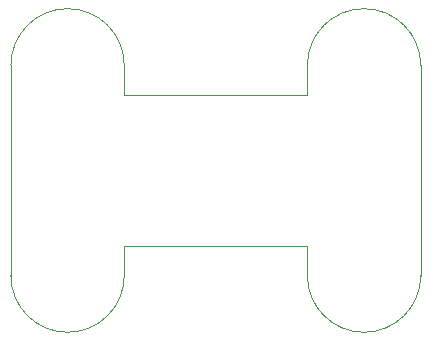
<source format=gbr>
%TF.GenerationSoftware,KiCad,Pcbnew,7.0.5*%
%TF.CreationDate,2023-07-02T14:02:18+02:00*%
%TF.ProjectId,usb_to_serial_converter,7573625f-746f-45f7-9365-7269616c5f63,rev?*%
%TF.SameCoordinates,Original*%
%TF.FileFunction,Profile,NP*%
%FSLAX46Y46*%
G04 Gerber Fmt 4.6, Leading zero omitted, Abs format (unit mm)*
G04 Created by KiCad (PCBNEW 7.0.5) date 2023-07-02 14:02:18*
%MOMM*%
%LPD*%
G01*
G04 APERTURE LIST*
%TA.AperFunction,Profile*%
%ADD10C,0.100000*%
%TD*%
G04 APERTURE END LIST*
D10*
X106800000Y-89700000D02*
X106800000Y-71900000D01*
X116400000Y-71900000D02*
X116400000Y-74400000D01*
X116400000Y-87200000D02*
X131900000Y-87200000D01*
X131900000Y-87200000D02*
X131900000Y-89700000D01*
X106800000Y-89700000D02*
G75*
G03*
X116400000Y-89700000I4800000J0D01*
G01*
X116400000Y-87200000D02*
X116400000Y-89700000D01*
X131900000Y-71900000D02*
X131900000Y-74400000D01*
X141500000Y-89700000D02*
X141500000Y-71900000D01*
X131900000Y-89700000D02*
G75*
G03*
X141500000Y-89700000I4800000J0D01*
G01*
X116400000Y-71900000D02*
G75*
G03*
X106800000Y-71900000I-4800000J0D01*
G01*
X141500000Y-71900000D02*
G75*
G03*
X131900000Y-71900000I-4800000J0D01*
G01*
X116400000Y-74400000D02*
X131900000Y-74400000D01*
M02*

</source>
